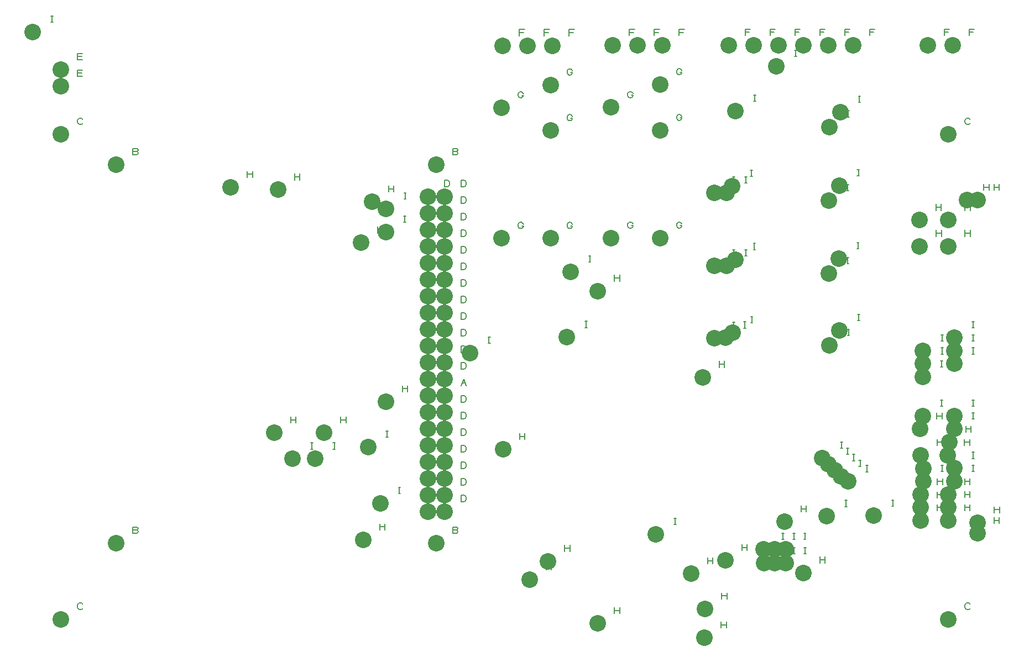
<source format=gbr>
%FSLAX23Y23*%
%MOIN*%
G04 EasyPC Gerber Version 17.0 Build 3379 *
%ADD10C,0.00500*%
%ADD12C,0.10000*%
X0Y0D02*
D02*
D10*
X221Y3886D02*
X234D01*
X227D02*
Y3923D01*
X221D02*
X234D01*
X382Y3560D02*
Y3597D01*
X413*
X407Y3579D02*
X382D01*
Y3560D02*
X413D01*
X382Y3660D02*
Y3697D01*
X413*
X407Y3679D02*
X382D01*
Y3660D02*
X413D01*
X413Y351D02*
X410Y348D01*
X404Y345*
X394*
X388Y348*
X385Y351*
X382Y357*
Y370*
X385Y376*
X388Y379*
X394Y382*
X404*
X410Y379*
X413Y376*
Y3276D02*
X410Y3273D01*
X404Y3270*
X394*
X388Y3273*
X385Y3276*
X382Y3282*
Y3295*
X385Y3301*
X388Y3304*
X394Y3307*
X404*
X410Y3304*
X413Y3301*
X738Y823D02*
X744Y819D01*
X747Y813*
X744Y807*
X738Y804*
X716*
Y841*
X738*
X744Y838*
X747Y832*
X744Y826*
X738Y823*
X716*
X738Y3106D02*
X744Y3103D01*
X747Y3097*
X744Y3090*
X738Y3087*
X716*
Y3125*
X738*
X744Y3122*
X747Y3115*
X744Y3109*
X738Y3106*
X716*
X1406Y2950D02*
Y2987D01*
Y2969D02*
X1437D01*
Y2950D02*
Y2987D01*
X1668Y1470D02*
Y1507D01*
Y1488D02*
X1699D01*
Y1470D02*
Y1507D01*
X1690Y2935D02*
Y2972D01*
Y2954D02*
X1721D01*
Y2935D02*
Y2972D01*
X1787Y1311D02*
X1800D01*
X1794D02*
Y1349D01*
X1787D02*
X1800D01*
X1923Y1311D02*
X1936D01*
X1930D02*
Y1349D01*
X1923D02*
X1936D01*
X1969Y1470D02*
Y1507D01*
Y1488D02*
X2000D01*
Y1470D02*
Y1507D01*
X2190Y2615D02*
Y2653D01*
Y2634D02*
X2221D01*
Y2615D02*
Y2653D01*
X2205Y823D02*
Y861D01*
Y842D02*
X2236D01*
Y823D02*
Y861D01*
X2243Y1382D02*
X2255D01*
X2249D02*
Y1420D01*
X2243D02*
X2255D01*
X2257Y2862D02*
Y2900D01*
Y2881D02*
X2288D01*
Y2862D02*
Y2900D01*
X2317Y1042D02*
X2329D01*
X2323D02*
Y1079D01*
X2317D02*
X2329D01*
X2349Y2680D02*
X2362D01*
X2355D02*
Y2718D01*
X2349D02*
X2362D01*
X2341Y1657D02*
Y1694D01*
Y1676D02*
X2372D01*
Y1657D02*
Y1694D01*
X2350Y2819D02*
X2363D01*
X2357D02*
Y2856D01*
X2350D02*
X2363D01*
X2594Y995D02*
Y1032D01*
X2613*
X2619Y1029*
X2622Y1026*
X2625Y1020*
Y1007*
X2622Y1001*
X2619Y998*
X2613Y995*
X2594*
Y1095D02*
Y1132D01*
X2613*
X2619Y1129*
X2622Y1126*
X2625Y1120*
Y1107*
X2622Y1101*
X2619Y1098*
X2613Y1095*
X2594*
Y1195D02*
Y1232D01*
X2613*
X2619Y1229*
X2622Y1226*
X2625Y1220*
Y1207*
X2622Y1201*
X2619Y1198*
X2613Y1195*
X2594*
Y1295D02*
Y1332D01*
X2613*
X2619Y1329*
X2622Y1326*
X2625Y1320*
Y1307*
X2622Y1301*
X2619Y1298*
X2613Y1295*
X2594*
Y1395D02*
Y1432D01*
X2613*
X2619Y1429*
X2622Y1426*
X2625Y1420*
Y1407*
X2622Y1401*
X2619Y1398*
X2613Y1395*
X2594*
Y1495D02*
Y1532D01*
X2613*
X2619Y1529*
X2622Y1526*
X2625Y1520*
Y1507*
X2622Y1501*
X2619Y1498*
X2613Y1495*
X2594*
Y1595D02*
Y1632D01*
X2613*
X2619Y1629*
X2622Y1626*
X2625Y1620*
Y1607*
X2622Y1601*
X2619Y1598*
X2613Y1595*
X2594*
Y1695D02*
Y1732D01*
X2613*
X2619Y1729*
X2622Y1726*
X2625Y1720*
Y1707*
X2622Y1701*
X2619Y1698*
X2613Y1695*
X2594*
Y1795D02*
Y1832D01*
X2613*
X2619Y1829*
X2622Y1826*
X2625Y1820*
Y1807*
X2622Y1801*
X2619Y1798*
X2613Y1795*
X2594*
Y1895D02*
Y1932D01*
X2613*
X2619Y1929*
X2622Y1926*
X2625Y1920*
Y1907*
X2622Y1901*
X2619Y1898*
X2613Y1895*
X2594*
Y1995D02*
Y2032D01*
X2613*
X2619Y2029*
X2622Y2026*
X2625Y2020*
Y2007*
X2622Y2001*
X2619Y1998*
X2613Y1995*
X2594*
Y2095D02*
Y2132D01*
X2613*
X2619Y2129*
X2622Y2126*
X2625Y2120*
Y2107*
X2622Y2101*
X2619Y2098*
X2613Y2095*
X2594*
Y2195D02*
Y2232D01*
X2613*
X2619Y2229*
X2622Y2226*
X2625Y2220*
Y2207*
X2622Y2201*
X2619Y2198*
X2613Y2195*
X2594*
Y2295D02*
Y2332D01*
X2613*
X2619Y2329*
X2622Y2326*
X2625Y2320*
Y2307*
X2622Y2301*
X2619Y2298*
X2613Y2295*
X2594*
Y2395D02*
Y2432D01*
X2613*
X2619Y2429*
X2622Y2426*
X2625Y2420*
Y2407*
X2622Y2401*
X2619Y2398*
X2613Y2395*
X2594*
Y2495D02*
Y2532D01*
X2613*
X2619Y2529*
X2622Y2526*
X2625Y2520*
Y2507*
X2622Y2501*
X2619Y2498*
X2613Y2495*
X2594*
Y2595D02*
Y2632D01*
X2613*
X2619Y2629*
X2622Y2626*
X2625Y2620*
Y2607*
X2622Y2601*
X2619Y2598*
X2613Y2595*
X2594*
Y2695D02*
Y2732D01*
X2613*
X2619Y2729*
X2622Y2726*
X2625Y2720*
Y2707*
X2622Y2701*
X2619Y2698*
X2613Y2695*
X2594*
Y2795D02*
Y2832D01*
X2613*
X2619Y2829*
X2622Y2826*
X2625Y2820*
Y2807*
X2622Y2801*
X2619Y2798*
X2613Y2795*
X2594*
Y2895D02*
Y2932D01*
X2613*
X2619Y2929*
X2622Y2926*
X2625Y2920*
Y2907*
X2622Y2901*
X2619Y2898*
X2613Y2895*
X2594*
X2667Y823D02*
X2673Y819D01*
X2676Y813*
X2673Y807*
X2667Y804*
X2645*
Y841*
X2667*
X2673Y838*
X2676Y832*
X2673Y826*
X2667Y823*
X2645*
X2667Y3106D02*
X2673Y3103D01*
X2676Y3097*
X2673Y3090*
X2667Y3087*
X2645*
Y3125*
X2667*
X2673Y3122*
X2676Y3115*
X2673Y3109*
X2667Y3106*
X2645*
X2694Y995D02*
Y1032D01*
X2713*
X2719Y1029*
X2722Y1026*
X2725Y1020*
Y1007*
X2722Y1001*
X2719Y998*
X2713Y995*
X2694*
Y1095D02*
Y1132D01*
X2713*
X2719Y1129*
X2722Y1126*
X2725Y1120*
Y1107*
X2722Y1101*
X2719Y1098*
X2713Y1095*
X2694*
Y1195D02*
Y1232D01*
X2713*
X2719Y1229*
X2722Y1226*
X2725Y1220*
Y1207*
X2722Y1201*
X2719Y1198*
X2713Y1195*
X2694*
Y1295D02*
Y1332D01*
X2713*
X2719Y1329*
X2722Y1326*
X2725Y1320*
Y1307*
X2722Y1301*
X2719Y1298*
X2713Y1295*
X2694*
Y1395D02*
Y1432D01*
X2713*
X2719Y1429*
X2722Y1426*
X2725Y1420*
Y1407*
X2722Y1401*
X2719Y1398*
X2713Y1395*
X2694*
Y1495D02*
Y1532D01*
X2713*
X2719Y1529*
X2722Y1526*
X2725Y1520*
Y1507*
X2722Y1501*
X2719Y1498*
X2713Y1495*
X2694*
Y1595D02*
Y1632D01*
X2713*
X2719Y1629*
X2722Y1626*
X2725Y1620*
Y1607*
X2722Y1601*
X2719Y1598*
X2713Y1595*
X2694*
Y1695D02*
X2710Y1732D01*
X2725Y1695*
X2700Y1710D02*
X2719D01*
X2694Y1795D02*
Y1832D01*
X2713*
X2719Y1829*
X2722Y1826*
X2725Y1820*
Y1807*
X2722Y1801*
X2719Y1798*
X2713Y1795*
X2694*
Y1895D02*
Y1932D01*
X2713*
X2719Y1929*
X2722Y1926*
X2725Y1920*
Y1907*
X2722Y1901*
X2719Y1898*
X2713Y1895*
X2694*
Y1995D02*
Y2032D01*
X2713*
X2719Y2029*
X2722Y2026*
X2725Y2020*
Y2007*
X2722Y2001*
X2719Y1998*
X2713Y1995*
X2694*
Y2095D02*
Y2132D01*
X2713*
X2719Y2129*
X2722Y2126*
X2725Y2120*
Y2107*
X2722Y2101*
X2719Y2098*
X2713Y2095*
X2694*
Y2195D02*
Y2232D01*
X2713*
X2719Y2229*
X2722Y2226*
X2725Y2220*
Y2207*
X2722Y2201*
X2719Y2198*
X2713Y2195*
X2694*
Y2295D02*
Y2332D01*
X2713*
X2719Y2329*
X2722Y2326*
X2725Y2320*
Y2307*
X2722Y2301*
X2719Y2298*
X2713Y2295*
X2694*
Y2395D02*
Y2432D01*
X2713*
X2719Y2429*
X2722Y2426*
X2725Y2420*
Y2407*
X2722Y2401*
X2719Y2398*
X2713Y2395*
X2694*
Y2495D02*
Y2532D01*
X2713*
X2719Y2529*
X2722Y2526*
X2725Y2520*
Y2507*
X2722Y2501*
X2719Y2498*
X2713Y2495*
X2694*
Y2595D02*
Y2632D01*
X2713*
X2719Y2629*
X2722Y2626*
X2725Y2620*
Y2607*
X2722Y2601*
X2719Y2598*
X2713Y2595*
X2694*
Y2695D02*
Y2732D01*
X2713*
X2719Y2729*
X2722Y2726*
X2725Y2720*
Y2707*
X2722Y2701*
X2719Y2698*
X2713Y2695*
X2694*
Y2795D02*
Y2832D01*
X2713*
X2719Y2829*
X2722Y2826*
X2725Y2820*
Y2807*
X2722Y2801*
X2719Y2798*
X2713Y2795*
X2694*
Y2895D02*
Y2932D01*
X2713*
X2719Y2929*
X2722Y2926*
X2725Y2920*
Y2907*
X2722Y2901*
X2719Y2898*
X2713Y2895*
X2694*
X2857Y1949D02*
X2870D01*
X2863D02*
Y1986D01*
X2857D02*
X2870D01*
X3060Y2658D02*
X3070D01*
Y2655*
X3066Y2648*
X3063Y2645*
X3057Y2642*
X3051*
X3045Y2645*
X3041Y2648*
X3038Y2655*
Y2667*
X3041Y2673*
X3045Y2676*
X3051Y2680*
X3057*
X3063Y2676*
X3066Y2673*
X3070Y2667*
X3060Y3445D02*
X3070D01*
Y3442*
X3066Y3436*
X3063Y3433*
X3057Y3429*
X3051*
X3045Y3433*
X3041Y3436*
X3038Y3442*
Y3454*
X3041Y3461*
X3045Y3464*
X3051Y3467*
X3057*
X3063Y3464*
X3066Y3461*
X3070Y3454*
X3046Y3805D02*
Y3842D01*
X3077*
X3071Y3823D02*
X3046D01*
X3047Y1369D02*
Y1406D01*
Y1387D02*
X3078D01*
Y1369D02*
Y1406D01*
X3196Y3805D02*
Y3842D01*
X3227*
X3221Y3823D02*
X3196D01*
X3207Y582D02*
Y620D01*
Y601D02*
X3238D01*
Y582D02*
Y620D01*
X3319Y695D02*
Y732D01*
Y713D02*
X3350D01*
Y695D02*
Y732D01*
X3355Y2658D02*
X3365D01*
Y2655*
X3362Y2648*
X3359Y2645*
X3352Y2642*
X3346*
X3340Y2645*
X3337Y2648*
X3334Y2655*
Y2667*
X3337Y2673*
X3340Y2676*
X3346Y2680*
X3352*
X3359Y2676*
X3362Y2673*
X3365Y2667*
X3355Y3307D02*
X3365D01*
Y3304*
X3362Y3298*
X3359Y3295*
X3352Y3292*
X3346*
X3340Y3295*
X3337Y3298*
X3334Y3304*
Y3317*
X3337Y3323*
X3340Y3326*
X3346Y3329*
X3352*
X3359Y3326*
X3362Y3323*
X3365Y3317*
X3355Y3583D02*
X3365D01*
Y3580*
X3362Y3574*
X3359Y3570*
X3352Y3567*
X3346*
X3340Y3570*
X3337Y3574*
X3334Y3580*
Y3592*
X3337Y3599*
X3340Y3602*
X3346Y3605*
X3352*
X3359Y3602*
X3362Y3599*
X3365Y3592*
X3346Y3805D02*
Y3842D01*
X3377*
X3371Y3823D02*
X3346D01*
X3441Y2045D02*
X3454D01*
X3447D02*
Y2083D01*
X3441D02*
X3454D01*
X3464Y2441D02*
X3476D01*
X3470D02*
Y2478D01*
X3464D02*
X3476D01*
X3619Y319D02*
Y357D01*
Y338D02*
X3650D01*
Y319D02*
Y357D01*
X3619Y2325D02*
Y2362D01*
Y2343D02*
X3650D01*
Y2325D02*
Y2362D01*
X3720Y2659D02*
X3730D01*
Y2656*
X3727Y2650*
X3724Y2647*
X3717Y2644*
X3711*
X3705Y2647*
X3702Y2650*
X3699Y2656*
Y2669*
X3702Y2675*
X3705Y2678*
X3711Y2681*
X3717*
X3724Y2678*
X3727Y2675*
X3730Y2669*
X3720Y3447D02*
X3730D01*
Y3443*
X3727Y3437*
X3724Y3434*
X3717Y3431*
X3711*
X3705Y3434*
X3702Y3437*
X3699Y3443*
Y3456*
X3702Y3462*
X3705Y3465*
X3711Y3468*
X3717*
X3724Y3465*
X3727Y3462*
X3730Y3456*
X3709Y3806D02*
Y3844D01*
X3740*
X3734Y3825D02*
X3709D01*
X3859Y3806D02*
Y3844D01*
X3890*
X3884Y3825D02*
X3859D01*
X3978Y857D02*
X3990D01*
X3984D02*
Y894D01*
X3978D02*
X3990D01*
X4016Y2659D02*
X4025D01*
Y2656*
X4022Y2650*
X4019Y2647*
X4013Y2644*
X4006*
X4000Y2647*
X3997Y2650*
X3994Y2656*
Y2669*
X3997Y2675*
X4000Y2678*
X4006Y2681*
X4013*
X4019Y2678*
X4022Y2675*
X4025Y2669*
X4016Y3309D02*
X4025D01*
Y3306*
X4022Y3299*
X4019Y3296*
X4013Y3293*
X4006*
X4000Y3296*
X3997Y3299*
X3994Y3306*
Y3318*
X3997Y3324*
X4000Y3327*
X4006Y3331*
X4013*
X4019Y3327*
X4022Y3324*
X4025Y3318*
X4016Y3584D02*
X4025D01*
Y3581*
X4022Y3575*
X4019Y3572*
X4013Y3569*
X4006*
X4000Y3572*
X3997Y3575*
X3994Y3581*
Y3594*
X3997Y3600*
X4000Y3603*
X4006Y3606*
X4013*
X4019Y3603*
X4022Y3600*
X4025Y3594*
X4009Y3806D02*
Y3844D01*
X4040*
X4034Y3825D02*
X4009D01*
X4182Y620D02*
Y657D01*
Y638D02*
X4213D01*
Y620D02*
Y657D01*
X4252Y1804D02*
Y1842D01*
Y1823D02*
X4283D01*
Y1804D02*
Y1842D01*
X4263Y232D02*
Y269D01*
Y250D02*
X4294D01*
Y232D02*
Y269D01*
X4265Y408D02*
Y445D01*
Y426D02*
X4297D01*
Y408D02*
Y445D01*
X4332Y2040D02*
X4345D01*
X4338D02*
Y2078D01*
X4332D02*
X4345D01*
X4332Y2476D02*
X4345D01*
X4338D02*
Y2513D01*
X4332D02*
X4345D01*
X4332Y2917D02*
X4345D01*
X4338D02*
Y2955D01*
X4332D02*
X4345D01*
X4387Y700D02*
Y737D01*
Y718D02*
X4418D01*
Y700D02*
Y737D01*
X4398Y2041D02*
X4411D01*
X4405D02*
Y2079D01*
X4398D02*
X4411D01*
X4406Y2476D02*
X4418D01*
X4412D02*
Y2513D01*
X4406D02*
X4418D01*
X4406Y2917D02*
X4418D01*
X4412D02*
Y2955D01*
X4406D02*
X4418D01*
X4407Y3807D02*
Y3845D01*
X4438*
X4432Y3826D02*
X4407D01*
X4438Y2957D02*
X4451D01*
X4445D02*
Y2995D01*
X4438D02*
X4451D01*
X4441Y2074D02*
X4453D01*
X4447D02*
Y2111D01*
X4441D02*
X4453D01*
X4457Y2514D02*
X4469D01*
X4463D02*
Y2552D01*
X4457D02*
X4469D01*
X4458Y3409D02*
X4471D01*
X4464D02*
Y3447D01*
X4458D02*
X4471D01*
X4557Y3807D02*
Y3845D01*
X4588*
X4582Y3826D02*
X4557D01*
X4628Y766D02*
X4640D01*
X4634D02*
Y803D01*
X4628D02*
X4640D01*
X4630Y682D02*
X4643D01*
X4637D02*
Y720D01*
X4630D02*
X4643D01*
X4694Y681D02*
X4707D01*
X4700D02*
Y718D01*
X4694D02*
X4707D01*
X4694Y766D02*
X4707D01*
X4700D02*
Y803D01*
X4694D02*
X4707D01*
X4705Y3679D02*
X4718D01*
X4712D02*
Y3716D01*
X4705D02*
X4718D01*
X4707Y3807D02*
Y3845D01*
X4738*
X4732Y3826D02*
X4707D01*
X4744Y932D02*
Y970D01*
Y951D02*
X4775D01*
Y932D02*
Y970D01*
X4760Y767D02*
X4773D01*
X4767D02*
Y805D01*
X4760D02*
X4773D01*
X4762Y681D02*
X4774D01*
X4768D02*
Y718D01*
X4762D02*
X4774D01*
X4857Y625D02*
Y662D01*
Y643D02*
X4888D01*
Y625D02*
Y662D01*
X4857Y3807D02*
Y3845D01*
X4888*
X4882Y3826D02*
X4857D01*
X4982Y1316D02*
X4995D01*
X4989D02*
Y1354D01*
X4982D02*
X4995D01*
X5009Y965D02*
X5021D01*
X5015D02*
Y1003D01*
X5009D02*
X5021D01*
X5007Y3807D02*
Y3845D01*
X5038*
X5032Y3826D02*
X5007D01*
X5019Y1279D02*
X5031D01*
X5025D02*
Y1316D01*
X5019D02*
X5031D01*
X5019Y2871D02*
X5032D01*
X5025D02*
Y2908D01*
X5019D02*
X5032D01*
X5020Y2431D02*
X5032D01*
X5026D02*
Y2468D01*
X5020D02*
X5032D01*
X5023Y3315D02*
X5035D01*
X5029D02*
Y3352D01*
X5023D02*
X5035D01*
X5024Y1996D02*
X5036D01*
X5030D02*
Y2034D01*
X5024D02*
X5036D01*
X5056Y1241D02*
X5069D01*
X5062D02*
Y1279D01*
X5056D02*
X5069D01*
X5081Y2521D02*
X5093D01*
X5087D02*
Y2558D01*
X5081D02*
X5093D01*
X5083Y2960D02*
X5096D01*
X5090D02*
Y2997D01*
X5083D02*
X5096D01*
X5085Y2086D02*
X5097D01*
X5091D02*
Y2124D01*
X5085D02*
X5097D01*
X5090Y3403D02*
X5102D01*
X5096D02*
Y3440D01*
X5090D02*
X5102D01*
X5093Y1208D02*
X5106D01*
X5100D02*
Y1245D01*
X5093D02*
X5106D01*
X5136Y1175D02*
X5148D01*
X5142D02*
Y1213D01*
X5136D02*
X5148D01*
X5157Y3807D02*
Y3845D01*
X5188*
X5182Y3826D02*
X5157D01*
X5291Y968D02*
X5303D01*
X5297D02*
Y1005D01*
X5291D02*
X5303D01*
X5557Y2751D02*
Y2789D01*
Y2770D02*
X5588D01*
Y2751D02*
Y2789D01*
X5558Y2594D02*
Y2632D01*
Y2613D02*
X5590D01*
Y2594D02*
Y2632D01*
X5563Y1492D02*
Y1530D01*
Y1511D02*
X5595D01*
Y1492D02*
Y1530D01*
X5565Y941D02*
Y978D01*
Y959D02*
X5596D01*
Y941D02*
Y978D01*
X5565Y1018D02*
Y1055D01*
Y1037D02*
X5596D01*
Y1018D02*
Y1055D01*
X5566Y1098D02*
Y1135D01*
Y1117D02*
X5597D01*
Y1098D02*
Y1135D01*
X5566Y1334D02*
Y1371D01*
Y1352D02*
X5597D01*
Y1334D02*
Y1371D01*
X5586Y1571D02*
X5599D01*
X5593D02*
Y1608D01*
X5586D02*
X5599D01*
X5586Y1807D02*
X5599D01*
X5593D02*
Y1844D01*
X5586D02*
X5599D01*
X5588Y1885D02*
X5600D01*
X5594D02*
Y1923D01*
X5588D02*
X5600D01*
X5588Y1964D02*
X5600D01*
X5594D02*
Y2001D01*
X5588D02*
X5600D01*
X5589Y1176D02*
X5601D01*
X5595D02*
Y1214D01*
X5589D02*
X5601D01*
X5590Y1254D02*
X5603D01*
X5596D02*
Y1291D01*
X5590D02*
X5603D01*
X5607Y3807D02*
Y3845D01*
X5638*
X5632Y3826D02*
X5607D01*
X5729Y1334D02*
Y1371D01*
Y1352D02*
X5761D01*
Y1334D02*
Y1371D01*
X5763Y351D02*
X5760Y348D01*
X5754Y345*
X5744*
X5738Y348*
X5735Y351*
X5732Y357*
Y370*
X5735Y376*
X5738Y379*
X5744Y382*
X5754*
X5760Y379*
X5763Y376*
Y3276D02*
X5760Y3273D01*
X5754Y3270*
X5744*
X5738Y3273*
X5735Y3276*
X5732Y3282*
Y3295*
X5735Y3301*
X5738Y3304*
X5744Y3307*
X5754*
X5760Y3304*
X5763Y3301*
X5732Y941D02*
Y978D01*
Y959D02*
X5763D01*
Y941D02*
Y978D01*
X5732Y1019D02*
Y1057D01*
Y1038D02*
X5763D01*
Y1019D02*
Y1057D01*
X5732Y1098D02*
Y1135D01*
Y1117D02*
X5763D01*
Y1098D02*
Y1135D01*
X5733Y2594D02*
Y2632D01*
Y2613D02*
X5764D01*
Y2594D02*
Y2632D01*
X5733Y2751D02*
Y2789D01*
Y2770D02*
X5764D01*
Y2751D02*
Y2789D01*
X5738Y1414D02*
Y1451D01*
Y1432D02*
X5769D01*
Y1414D02*
Y1451D01*
X5757Y3807D02*
Y3845D01*
X5788*
X5782Y3826D02*
X5757D01*
X5776Y1176D02*
X5789D01*
X5782D02*
Y1214D01*
X5776D02*
X5789D01*
X5776Y1255D02*
X5789D01*
X5782D02*
Y1293D01*
X5776D02*
X5789D01*
X5776Y1492D02*
X5789D01*
X5782D02*
Y1530D01*
X5776D02*
X5789D01*
X5776Y1571D02*
X5789D01*
X5782D02*
Y1608D01*
X5776D02*
X5789D01*
X5776Y1885D02*
X5789D01*
X5782D02*
Y1923D01*
X5776D02*
X5789D01*
X5776Y1964D02*
X5789D01*
X5782D02*
Y2001D01*
X5776D02*
X5789D01*
X5776Y2043D02*
X5789D01*
X5782D02*
Y2080D01*
X5776D02*
X5789D01*
X5845Y2872D02*
Y2910D01*
Y2891D02*
X5877D01*
Y2872D02*
Y2910D01*
X5908Y862D02*
Y899D01*
Y881D02*
X5939D01*
Y862D02*
Y899D01*
X5908Y2872D02*
Y2910D01*
Y2891D02*
X5939D01*
Y2872D02*
Y2910D01*
X5909Y927D02*
Y964D01*
Y946D02*
X5940D01*
Y927D02*
Y964D01*
D02*
D12*
X112Y3827D03*
X282Y3501D03*
Y3601D03*
X282Y285D03*
Y3210D03*
X616Y744D03*
Y3028D03*
X1306Y2890D03*
X1568Y1410D03*
X1590Y2876D03*
X1678Y1252D03*
X1814D03*
X1869Y1410D03*
X2090Y2556D03*
X2105Y764D03*
X2134Y1323D03*
X2157Y2803D03*
X2207Y982D03*
X2240Y2621D03*
X2241Y1598D03*
Y2759D03*
X2494Y935D03*
Y1035D03*
Y1135D03*
Y1235D03*
Y1335D03*
Y1435D03*
Y1535D03*
Y1635D03*
Y1735D03*
Y1835D03*
Y1935D03*
Y2035D03*
Y2135D03*
Y2235D03*
Y2335D03*
Y2435D03*
Y2535D03*
Y2635D03*
Y2735D03*
Y2835D03*
X2545Y744D03*
Y3028D03*
X2594Y935D03*
Y1035D03*
Y1135D03*
Y1235D03*
Y1335D03*
Y1435D03*
Y1535D03*
Y1635D03*
Y1735D03*
Y1835D03*
Y1935D03*
Y2035D03*
Y2135D03*
Y2235D03*
Y2335D03*
Y2435D03*
Y2535D03*
Y2635D03*
Y2735D03*
Y2835D03*
X2748Y1890D03*
X2938Y2583D03*
Y3370D03*
X2946Y3745D03*
X2947Y1309D03*
X3096Y3745D03*
X3107Y523D03*
X3219Y635D03*
X3234Y2583D03*
Y3232D03*
Y3508D03*
X3246Y3745D03*
X3332Y1986D03*
X3354Y2381D03*
X3519Y260D03*
Y2265D03*
X3599Y2584D03*
Y3372D03*
X3609Y3747D03*
X3759D03*
X3868Y798D03*
X3894Y2584D03*
Y3234D03*
Y3509D03*
X3909Y3747D03*
X4082Y560D03*
X4152Y1745D03*
X4163Y172D03*
X4165Y348D03*
X4223Y1981D03*
Y2416D03*
Y2858D03*
X4287Y640D03*
X4289Y1982D03*
X4296Y2416D03*
Y2858D03*
X4307Y3748D03*
X4329Y2898D03*
X4331Y2014D03*
X4348Y2455D03*
X4349Y3350D03*
X4457Y3748D03*
X4519Y706D03*
X4521Y623D03*
X4585Y622D03*
Y706D03*
X4596Y3619D03*
X4607Y3748D03*
X4644Y873D03*
X4651Y708D03*
X4652Y622D03*
X4757Y565D03*
Y3748D03*
X4873Y1257D03*
X4899Y906D03*
X4907Y3748D03*
X4909Y1219D03*
X4910Y2811D03*
X4910Y2371D03*
X4914Y3255D03*
X4914Y1937D03*
X4947Y1182D03*
X4972Y2461D03*
X4974Y2900D03*
X4975Y2027D03*
X4980Y3344D03*
X4984Y1148D03*
X5027Y1116D03*
X5057Y3748D03*
X5181Y909D03*
X5457Y2692D03*
X5458Y2535D03*
X5463Y1433D03*
X5465Y881D03*
Y959D03*
X5466Y1038D03*
Y1274D03*
X5477Y1511D03*
Y1747D03*
X5478Y1826D03*
Y1905D03*
X5480Y1117D03*
X5481Y1194D03*
X5507Y3748D03*
X5629Y1274D03*
X5632Y285D03*
Y3210D03*
X5632Y881D03*
Y960D03*
Y1038D03*
X5633Y2535D03*
Y2692D03*
X5638Y1354D03*
X5657Y3748D03*
X5667Y1117D03*
Y1196D03*
Y1433D03*
Y1511D03*
Y1826D03*
Y1905D03*
Y1983D03*
X5745Y2813D03*
X5808Y803D03*
Y2813D03*
X5809Y867D03*
X0Y0D02*
M02*

</source>
